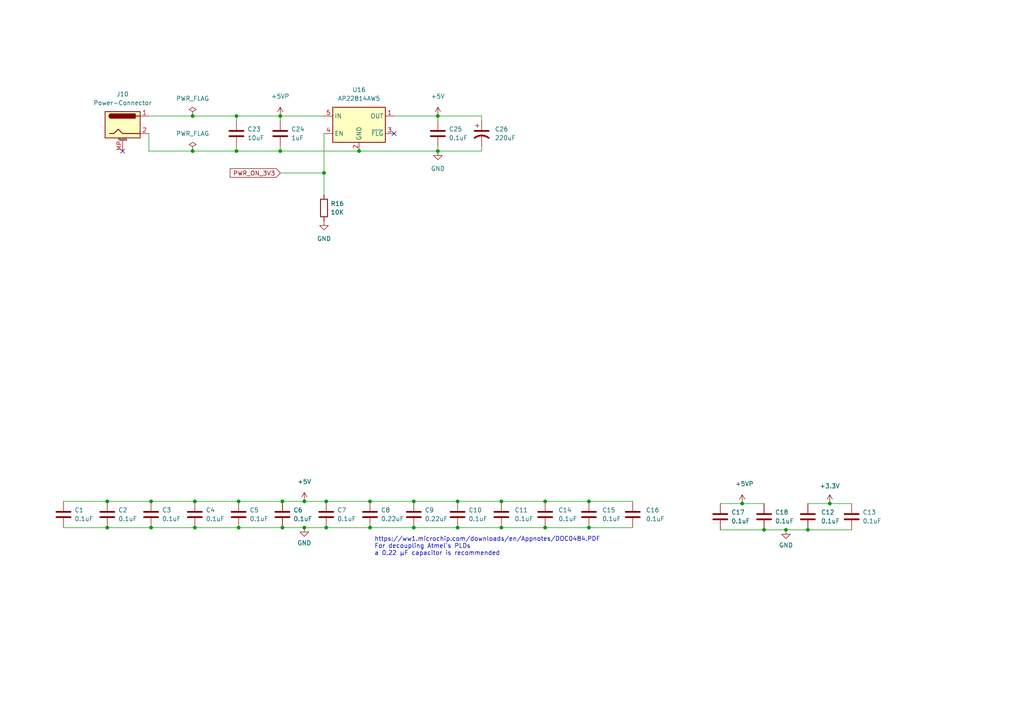
<source format=kicad_sch>
(kicad_sch (version 20230121) (generator eeschema)
  (paper "A4")
  (title_block (title "Atari SBC") (date "2023-09-01") (rev "1.2"))
  (lib_symbols
    (symbol "Connector:Barrel_Jack_MountingPin" (pin_names hide)
      (property "Reference" "J" (at 0 5.334 0))
      (property "Value" "Barrel_Jack_MountingPin" (at 1.27 -6.35 0))
      (symbol "Barrel_Jack_MountingPin_0_1"
        (rectangle (start -5.08 3.81) (end 5.08 -3.81) (stroke (width 0.254)) (fill (type background)))
        (arc (start -3.302 3.175) (mid -3.9343 2.54) (end -3.302 1.905) (stroke (width 0.254)))
        (arc (start -3.302 3.175) (mid -3.9343 2.54) (end -3.302 1.905) (stroke (width 0.254)) (fill (type outline)))
        (polyline (pts (xy 5.08 2.54) (xy 3.81 2.54)) (stroke (width 0.254)))
        (polyline (pts (xy -3.81 -2.54) (xy -2.54 -2.54) (xy -1.27 -1.27) (xy 0 -2.54) (xy 2.54 -2.54) (xy 5.08 -2.54)) (stroke (width 0.254)))
        (rectangle (start 3.683 3.175) (end -3.302 1.905) (stroke (width 0.254)) (fill (type outline)))
      )
      (symbol "Barrel_Jack_MountingPin_1_1"
        (polyline (pts (xy -1.016 -4.572) (xy 1.016 -4.572)) (stroke (width 0.1524)))
        (text "Mounting" (at 0 -4.191 0) (effects (font (size 0.381 0.381))))
        (pin passive line (at 7.62 2.54 180) (length 2.54) (name "~") (number "1"))
        (pin passive line (at 7.62 -2.54 180) (length 2.54) (name "~") (number "2"))
        (pin passive line (at 0 -7.62 90) (length 3.048) (name "MountPin") (number "MP"))
      )
    )
    (symbol "Device:C" (pin_numbers hide) (pin_names (offset 0.254))
      (property "Reference" "C" (at 0.635 2.54 0))
      (property "Value" "C" (at 0.635 -2.54 0))
      (symbol "C_0_1"
        (polyline (pts (xy -2.032 -0.762) (xy 2.032 -0.762)) (stroke (width 0.508)))
        (polyline (pts (xy -2.032 0.762) (xy 2.032 0.762)) (stroke (width 0.508)))
      )
      (symbol "C_1_1"
        (pin passive line (at 0 3.81 270) (length 2.794) (name "~") (number "1"))
        (pin passive line (at 0 -3.81 90) (length 2.794) (name "~") (number "2"))
      )
    )
    (symbol "Device:C_Polarized_US" (pin_numbers hide) (pin_names (offset 0.254) hide)
      (property "Reference" "C" (at 0.635 2.54 0))
      (property "Value" "C_Polarized_US" (at 0.635 -2.54 0))
      (symbol "C_Polarized_US_0_1"
        (polyline (pts (xy -2.032 0.762) (xy 2.032 0.762)) (stroke (width 0.508)))
        (polyline (pts (xy -1.778 2.286) (xy -0.762 2.286)))
        (polyline (pts (xy -1.27 1.778) (xy -1.27 2.794)))
        (arc (start 2.032 -1.27) (mid 0 -0.5572) (end -2.032 -1.27) (stroke (width 0.508)))
      )
      (symbol "C_Polarized_US_1_1"
        (pin passive line (at 0 3.81 270) (length 2.794) (name "~") (number "1"))
        (pin passive line (at 0 -3.81 90) (length 3.302) (name "~") (number "2"))
      )
    )
    (symbol "Device:R" (pin_numbers hide) (pin_names (offset 0))
      (property "Reference" "R" (at 2.032 0 90))
      (property "Value" "R" (at 0 0 90))
      (symbol "R_0_1"
        (rectangle (start -1.016 -2.54) (end 1.016 2.54) (stroke (width 0.254)))
      )
      (symbol "R_1_1"
        (pin passive line (at 0 3.81 270) (length 1.27) (name "~") (number "1"))
        (pin passive line (at 0 -3.81 90) (length 1.27) (name "~") (number "2"))
      )
    )
    (symbol "Power_Management:AP22814AW5"
      (property "Reference" "U" (at -7.62 -6.35 0))
      (property "Value" "AP22814AW5" (at -7.62 6.35 0))
      (symbol "AP22814AW5_0_1"
        (rectangle (start -7.62 5.08) (end 7.62 -5.08) (stroke (width 0.254)) (fill (type background)))
      )
      (symbol "AP22814AW5_1_1"
        (pin power_out line (at 10.16 2.54 180) (length 2.54) (name "OUT") (number "1"))
        (pin power_in line (at 0 -7.62 90) (length 2.54) (name "GND") (number "2"))
        (pin open_collector line (at 10.16 -2.54 180) (length 2.54) (name "~{FLG}") (number "3"))
        (pin input line (at -10.16 -2.54 0) (length 2.54) (name "EN") (number "4"))
        (pin power_in line (at -10.16 2.54 0) (length 2.54) (name "IN") (number "5"))
      )
    )
    (symbol "power:+3.3V" (power) (pin_names (offset 0))
      (property "Value" "+3.3V" (at 0 3.556 0))
      (symbol "+3.3V_0_1"
        (polyline (pts (xy -0.762 1.27) (xy 0 2.54)))
        (polyline (pts (xy 0 0) (xy 0 2.54)))
        (polyline (pts (xy 0 2.54) (xy 0.762 1.27)))
      )
      (symbol "+3.3V_1_1"
        (pin power_in line (at 0 0 90) (length 0) hide (name "+3.3V") (number "1"))
      )
    )
    (symbol "power:+5V" (power) (pin_names (offset 0))
      (property "Value" "+5V" (at 0 3.556 0))
      (symbol "+5V_0_1"
        (polyline (pts (xy -0.762 1.27) (xy 0 2.54)))
        (polyline (pts (xy 0 0) (xy 0 2.54)))
        (polyline (pts (xy 0 2.54) (xy 0.762 1.27)))
      )
      (symbol "+5V_1_1"
        (pin power_in line (at 0 0 90) (length 0) hide (name "+5V") (number "1"))
      )
    )
    (symbol "power:+5VP" (power) (pin_names (offset 0))
      (property "Value" "+5VP" (at 0 3.556 0))
      (symbol "+5VP_0_1"
        (polyline (pts (xy -0.762 1.27) (xy 0 2.54)))
        (polyline (pts (xy 0 0) (xy 0 2.54)))
        (polyline (pts (xy 0 2.54) (xy 0.762 1.27)))
      )
      (symbol "+5VP_1_1"
        (pin power_in line (at 0 0 90) (length 0) hide (name "+5VP") (number "1"))
      )
    )
    (symbol "power:GND" (power) (pin_names (offset 0))
      (property "Value" "GND" (at 0 -3.81 0))
      (symbol "GND_0_1"
        (polyline (pts (xy 0 0) (xy 0 -1.27) (xy 1.27 -1.27) (xy 0 -2.54) (xy -1.27 -1.27) (xy 0 -1.27)))
      )
      (symbol "GND_1_1"
        (pin power_in line (at 0 0 270) (length 0) hide (name "GND") (number "1"))
      )
    )
    (symbol "power:PWR_FLAG" (power) (pin_numbers hide) (pin_names (offset 0) hide)
      (property "Value" "PWR_FLAG" (at 0 3.81 0))
      (symbol "PWR_FLAG_0_0"
        (pin power_out line (at 0 0 90) (length 0) (name "pwr") (number "1"))
      )
      (symbol "PWR_FLAG_0_1"
        (polyline (pts (xy 0 0) (xy 0 1.27) (xy -1.016 1.905) (xy 0 2.54) (xy 1.016 1.905) (xy 0 1.27)))
      )
    )
  )
  (junction (at 158.115 153.035))
  (junction (at 43.815 145.415))
  (junction (at 31.115 153.035))
  (junction (at 215.265 146.05))
  (junction (at 55.88 43.815))
  (junction (at 81.28 33.655))
  (junction (at 56.515 145.415))
  (junction (at 94.615 153.035))
  (junction (at 132.715 145.415))
  (junction (at 69.215 153.035))
  (junction (at 120.015 153.035))
  (junction (at 221.615 153.67))
  (junction (at 145.415 153.035))
  (junction (at 31.115 145.415))
  (junction (at 127 43.815))
  (junction (at 170.815 153.035))
  (junction (at 145.415 145.415))
  (junction (at 94.615 145.415))
  (junction (at 81.915 153.035))
  (junction (at 104.14 43.815))
  (junction (at 107.315 153.035))
  (junction (at 93.98 50.165))
  (junction (at 127 33.655))
  (junction (at 81.28 43.815))
  (junction (at 43.815 153.035))
  (junction (at 132.715 153.035))
  (junction (at 240.665 146.05))
  (junction (at 81.915 145.415))
  (junction (at 234.315 153.67))
  (junction (at 227.965 153.67))
  (junction (at 158.115 145.415))
  (junction (at 170.815 145.415))
  (junction (at 88.265 145.415))
  (junction (at 69.215 145.415))
  (junction (at 55.88 33.655))
  (junction (at 120.015 145.415))
  (junction (at 68.58 33.655))
  (junction (at 68.58 43.815))
  (junction (at 107.315 145.415))
  (junction (at 56.515 153.035))
  (junction (at 88.265 153.035))
  (no_connect (at 114.3 38.735))
  (no_connect (at 35.56 43.815))
  (wire (pts (xy 234.315 146.05) (xy 240.665 146.05)))
  (wire (pts (xy 139.7 42.545) (xy 139.7 43.815)))
  (wire (pts (xy 132.715 153.035) (xy 145.415 153.035)))
  (wire (pts (xy 68.58 43.815) (xy 81.28 43.815)))
  (wire (pts (xy 221.615 153.67) (xy 227.965 153.67)))
  (wire (pts (xy 56.515 145.415) (xy 69.215 145.415)))
  (wire (pts (xy 88.265 153.035) (xy 94.615 153.035)))
  (wire (pts (xy 107.315 153.035) (xy 120.015 153.035)))
  (wire (pts (xy 104.14 43.815) (xy 127 43.815)))
  (wire (pts (xy 43.18 33.655) (xy 55.88 33.655)))
  (wire (pts (xy 93.98 38.735) (xy 93.98 50.165)))
  (wire (pts (xy 120.015 145.415) (xy 132.715 145.415)))
  (wire (pts (xy 120.015 153.035) (xy 132.715 153.035)))
  (wire (pts (xy 170.815 153.035) (xy 183.515 153.035)))
  (wire (pts (xy 68.58 33.655) (xy 81.28 33.655)))
  (wire (pts (xy 43.815 145.415) (xy 56.515 145.415)))
  (wire (pts (xy 94.615 153.035) (xy 107.315 153.035)))
  (wire (pts (xy 31.115 153.035) (xy 43.815 153.035)))
  (wire (pts (xy 127 42.545) (xy 127 43.815)))
  (wire (pts (xy 139.7 33.655) (xy 139.7 34.925)))
  (wire (pts (xy 158.115 145.415) (xy 170.815 145.415)))
  (wire (pts (xy 240.665 146.05) (xy 247.015 146.05)))
  (wire (pts (xy 81.915 153.035) (xy 88.265 153.035)))
  (wire (pts (xy 234.315 153.67) (xy 247.015 153.67)))
  (wire (pts (xy 69.215 153.035) (xy 81.915 153.035)))
  (wire (pts (xy 81.28 33.655) (xy 93.98 33.655)))
  (wire (pts (xy 56.515 153.035) (xy 69.215 153.035)))
  (wire (pts (xy 81.915 145.415) (xy 88.265 145.415)))
  (wire (pts (xy 55.88 33.655) (xy 68.58 33.655)))
  (wire (pts (xy 68.58 42.545) (xy 68.58 43.815)))
  (wire (pts (xy 81.28 33.655) (xy 81.28 34.925)))
  (wire (pts (xy 170.815 145.415) (xy 183.515 145.415)))
  (wire (pts (xy 227.965 153.67) (xy 234.315 153.67)))
  (wire (pts (xy 127 33.655) (xy 127 34.925)))
  (wire (pts (xy 55.88 43.815) (xy 68.58 43.815)))
  (wire (pts (xy 81.28 43.815) (xy 104.14 43.815)))
  (wire (pts (xy 145.415 153.035) (xy 158.115 153.035)))
  (wire (pts (xy 208.915 146.05) (xy 215.265 146.05)))
  (wire (pts (xy 93.98 56.515) (xy 93.98 50.165)))
  (wire (pts (xy 114.3 33.655) (xy 127 33.655)))
  (wire (pts (xy 69.215 145.415) (xy 81.915 145.415)))
  (wire (pts (xy 158.115 153.035) (xy 170.815 153.035)))
  (wire (pts (xy 81.28 42.545) (xy 81.28 43.815)))
  (wire (pts (xy 132.715 145.415) (xy 145.415 145.415)))
  (wire (pts (xy 127 33.655) (xy 139.7 33.655)))
  (wire (pts (xy 43.18 38.735) (xy 43.18 43.815)))
  (wire (pts (xy 81.28 50.165) (xy 93.98 50.165)))
  (wire (pts (xy 31.115 145.415) (xy 43.815 145.415)))
  (wire (pts (xy 107.315 145.415) (xy 120.015 145.415)))
  (wire (pts (xy 43.18 43.815) (xy 55.88 43.815)))
  (wire (pts (xy 43.815 153.035) (xy 56.515 153.035)))
  (wire (pts (xy 88.265 145.415) (xy 94.615 145.415)))
  (wire (pts (xy 18.415 153.035) (xy 31.115 153.035)))
  (wire (pts (xy 18.415 145.415) (xy 31.115 145.415)))
  (wire (pts (xy 215.265 146.05) (xy 221.615 146.05)))
  (wire (pts (xy 145.415 145.415) (xy 158.115 145.415)))
  (wire (pts (xy 68.58 33.655) (xy 68.58 34.925)))
  (wire (pts (xy 208.915 153.67) (xy 221.615 153.67)))
  (wire (pts (xy 127 43.815) (xy 139.7 43.815)))
  (wire (pts (xy 94.615 145.415) (xy 107.315 145.415)))
  (text "https://ww1.microchip.com/downloads/en/Appnotes/DOC0484.PDF\nFor decoupling Atmel's PLDs\na 0.22 μF capacitor is recommended\n" (at 108.585 161.29 0) (effects (font (size 1.27 1.27)) (justify left bottom)))
  (global_label "PWR_ON_3V3" (shape input) (at 81.28 50.165 180) (property "Intersheetrefs" "${INTERSHEET_REFS}" (effects hide)))
  (symbol (lib_id "Device:C") (at 81.28 38.735 0) (unit 1)
    (property "Reference" "C24" (at 84.455 37.4649 0) (effects (justify left)))
    (property "Value" "1uF" (at 84.455 40.0049 0) (effects (justify left)))
    (property "Footprint" "Capacitor_SMD:C_0805_2012Metric_Pad1.18x1.45mm_HandSolder" (effects hide))
  )
  (symbol (lib_id "Connector:Barrel_Jack_MountingPin") (at 35.56 36.195 0) (unit 1)
    (property "Reference" "J10" (at 35.56 27.305 0))
    (property "Value" "Power-Connector" (at 35.56 29.845 0))
    (property "Footprint" "Connector_BarrelJack:BarrelJack_CUI_PJ-063AH_Horizontal" (effects hide))
  )
  (symbol (lib_id "Power_Management:AP22814AW5") (at 104.14 36.195 0) (unit 1)
    (property "Reference" "U16" (at 104.14 26.035 0))
    (property "Value" "AP22814AW5" (at 104.14 28.575 0))
    (property "Footprint" "Package_TO_SOT_SMD:SOT-23-5" (effects hide))
    (property "Datasheet" "https://www.diodes.com/assets/Datasheets/AP22804_14.pdf" (effects hide))
  )
  (symbol (lib_id "power:GND") (at 227.965 153.67 0) (unit 1)
    (property "Reference" "#PWR0169" (effects hide))
    (property "Value" "GND" (at 227.965 158.115 0))
  )
  (symbol (lib_id "Device:C") (at 120.015 149.225 0) (unit 1)
    (property "Reference" "C9" (at 123.19 147.9549 0) (effects (justify left)))
    (property "Value" "0.22uF" (at 123.19 150.4949 0) (effects (justify left)))
    (property "Footprint" "Capacitor_SMD:C_0805_2012Metric_Pad1.18x1.45mm_HandSolder" (effects hide))
  )
  (symbol (lib_id "power:+5V") (at 88.265 145.415 0) (unit 1)
    (property "Reference" "#PWR0112" (effects hide))
    (property "Value" "+5V" (at 88.265 139.7 0))
  )
  (symbol (lib_id "Device:C") (at 127 38.735 0) (unit 1)
    (property "Reference" "C25" (at 130.175 37.4649 0) (effects (justify left)))
    (property "Value" "0.1uF" (at 130.175 40.0049 0) (effects (justify left)))
    (property "Footprint" "Capacitor_SMD:C_0805_2012Metric_Pad1.18x1.45mm_HandSolder" (effects hide))
  )
  (symbol (lib_id "Device:C") (at 107.315 149.225 0) (unit 1)
    (property "Reference" "C8" (at 110.49 147.9549 0) (effects (justify left)))
    (property "Value" "0.22uF" (at 110.49 150.4949 0) (effects (justify left)))
    (property "Footprint" "Capacitor_SMD:C_0805_2012Metric_Pad1.18x1.45mm_HandSolder" (effects hide))
  )
  (symbol (lib_id "power:GND") (at 93.98 64.135 0) (mirror y) (unit 1)
    (property "Reference" "#PWR0163" (effects hide))
    (property "Value" "GND" (at 93.98 69.215 0))
  )
  (symbol (lib_id "power:+5VP") (at 81.28 33.655 0) (unit 1)
    (property "Reference" "#PWR0164" (effects hide))
    (property "Value" "+5VP" (at 81.28 27.94 0))
  )
  (symbol (lib_id "Device:R") (at 93.98 60.325 180) (unit 1)
    (property "Reference" "R16" (at 95.885 59.055 0) (effects (justify right)))
    (property "Value" "10K" (at 95.885 61.595 0) (effects (justify right)))
    (property "Footprint" "Resistor_SMD:R_0805_2012Metric_Pad1.20x1.40mm_HandSolder" (effects hide))
  )
  (symbol (lib_id "Device:C") (at 81.915 149.225 0) (unit 1)
    (property "Reference" "C6" (at 85.09 147.9549 0) (effects (justify left)))
    (property "Value" "0.1uF" (at 85.09 150.4949 0) (effects (justify left)))
    (property "Footprint" "Capacitor_SMD:C_0805_2012Metric_Pad1.18x1.45mm_HandSolder" (effects hide))
  )
  (symbol (lib_id "Device:C") (at 94.615 149.225 0) (unit 1)
    (property "Reference" "C7" (at 97.79 147.9549 0) (effects (justify left)))
    (property "Value" "0.1uF" (at 97.79 150.4949 0) (effects (justify left)))
    (property "Footprint" "Capacitor_SMD:C_0805_2012Metric_Pad1.18x1.45mm_HandSolder" (effects hide))
  )
  (symbol (lib_id "Device:C") (at 56.515 149.225 0) (unit 1)
    (property "Reference" "C4" (at 59.69 147.9549 0) (effects (justify left)))
    (property "Value" "0.1uF" (at 59.69 150.4949 0) (effects (justify left)))
    (property "Footprint" "Capacitor_SMD:C_0805_2012Metric_Pad1.18x1.45mm_HandSolder" (effects hide))
  )
  (symbol (lib_id "Device:C") (at 234.315 149.86 0) (unit 1)
    (property "Reference" "C12" (at 238.125 148.5899 0) (effects (justify left)))
    (property "Value" "0.1uF" (at 238.125 151.1299 0) (effects (justify left)))
    (property "Footprint" "Capacitor_SMD:C_0805_2012Metric_Pad1.18x1.45mm_HandSolder" (effects hide))
  )
  (symbol (lib_id "power:+3.3V") (at 240.665 146.05 0) (unit 1)
    (property "Reference" "#PWR0162" (effects hide))
    (property "Value" "+3.3V" (at 240.665 140.97 0))
  )
  (symbol (lib_id "Device:C") (at 247.015 149.86 0) (unit 1)
    (property "Reference" "C13" (at 250.19 148.59 0) (effects (justify left)))
    (property "Value" "0.1uF" (at 250.19 151.13 0) (effects (justify left)))
    (property "Footprint" "Capacitor_SMD:C_0805_2012Metric_Pad1.18x1.45mm_HandSolder" (effects hide))
  )
  (symbol (lib_id "Device:C") (at 31.115 149.225 0) (unit 1)
    (property "Reference" "C2" (at 34.29 147.9549 0) (effects (justify left)))
    (property "Value" "0.1uF" (at 34.29 150.4949 0) (effects (justify left)))
    (property "Footprint" "Capacitor_SMD:C_0805_2012Metric_Pad1.18x1.45mm_HandSolder" (effects hide))
  )
  (symbol (lib_id "power:PWR_FLAG") (at 55.88 43.815 0) (unit 1)
    (property "Reference" "#FLG0103" (effects hide))
    (property "Value" "PWR_FLAG" (at 55.88 38.735 0))
  )
  (symbol (lib_id "power:+5V") (at 127 33.655 0) (unit 1)
    (property "Reference" "#PWR0152" (effects hide))
    (property "Value" "+5V" (at 127 27.94 0))
  )
  (symbol (lib_id "power:GND") (at 88.265 153.035 0) (unit 1)
    (property "Reference" "#PWR0111" (effects hide))
    (property "Value" "GND" (at 88.265 157.48 0))
  )
  (symbol (lib_id "Device:C_Polarized_US") (at 139.7 38.735 0) (unit 1)
    (property "Reference" "C26" (at 143.51 37.465 0) (effects (justify left)))
    (property "Value" "220uF" (at 143.51 40.005 0) (effects (justify left)))
    (property "Footprint" "Capacitor_THT:CP_Radial_D6.3mm_P2.50mm" (effects hide))
  )
  (symbol (lib_id "power:+5VP") (at 215.265 146.05 0) (unit 1)
    (property "Reference" "#PWR0150" (effects hide))
    (property "Value" "+5VP" (at 215.9 140.335 0))
  )
  (symbol (lib_id "Device:C") (at 43.815 149.225 0) (unit 1)
    (property "Reference" "C3" (at 46.99 147.9549 0) (effects (justify left)))
    (property "Value" "0.1uF" (at 46.99 150.4949 0) (effects (justify left)))
    (property "Footprint" "Capacitor_SMD:C_0805_2012Metric_Pad1.18x1.45mm_HandSolder" (effects hide))
  )
  (symbol (lib_id "Device:C") (at 183.515 149.225 0) (unit 1)
    (property "Reference" "C16" (at 187.325 147.9549 0) (effects (justify left)))
    (property "Value" "0.1uF" (at 187.325 150.4949 0) (effects (justify left)))
    (property "Footprint" "Capacitor_SMD:C_0805_2012Metric_Pad1.18x1.45mm_HandSolder" (effects hide))
  )
  (symbol (lib_id "Device:C") (at 221.615 149.86 0) (unit 1)
    (property "Reference" "C18" (at 224.79 148.5899 0) (effects (justify left)))
    (property "Value" "0.1uF" (at 224.79 151.1299 0) (effects (justify left)))
    (property "Footprint" "Capacitor_SMD:C_0805_2012Metric_Pad1.18x1.45mm_HandSolder" (effects hide))
  )
  (symbol (lib_id "Device:C") (at 18.415 149.225 0) (unit 1)
    (property "Reference" "C1" (at 21.59 147.9549 0) (effects (justify left)))
    (property "Value" "0.1uF" (at 21.59 150.4949 0) (effects (justify left)))
    (property "Footprint" "Capacitor_SMD:C_0805_2012Metric_Pad1.18x1.45mm_HandSolder" (effects hide))
  )
  (symbol (lib_id "Device:C") (at 68.58 38.735 0) (unit 1)
    (property "Reference" "C23" (at 71.755 37.4649 0) (effects (justify left)))
    (property "Value" "10uF" (at 71.755 40.0049 0) (effects (justify left)))
    (property "Footprint" "Capacitor_SMD:C_0805_2012Metric_Pad1.18x1.45mm_HandSolder" (effects hide))
  )
  (symbol (lib_id "Device:C") (at 208.915 149.86 0) (unit 1)
    (property "Reference" "C17" (at 212.09 148.5899 0) (effects (justify left)))
    (property "Value" "0.1uF" (at 212.09 151.1299 0) (effects (justify left)))
    (property "Footprint" "Capacitor_SMD:C_0805_2012Metric_Pad1.18x1.45mm_HandSolder" (effects hide))
  )
  (symbol (lib_id "Device:C") (at 145.415 149.225 0) (unit 1)
    (property "Reference" "C11" (at 149.225 147.9549 0) (effects (justify left)))
    (property "Value" "0.1uF" (at 149.225 150.4949 0) (effects (justify left)))
    (property "Footprint" "Capacitor_SMD:C_0805_2012Metric_Pad1.18x1.45mm_HandSolder" (effects hide))
  )
  (symbol (lib_id "Device:C") (at 158.115 149.225 0) (unit 1)
    (property "Reference" "C14" (at 161.925 147.9549 0) (effects (justify left)))
    (property "Value" "0.1uF" (at 161.925 150.4949 0) (effects (justify left)))
    (property "Footprint" "Capacitor_SMD:C_0805_2012Metric_Pad1.18x1.45mm_HandSolder" (effects hide))
  )
  (symbol (lib_id "Device:C") (at 132.715 149.225 0) (unit 1)
    (property "Reference" "C10" (at 135.89 147.9549 0) (effects (justify left)))
    (property "Value" "0.1uF" (at 135.89 150.4949 0) (effects (justify left)))
    (property "Footprint" "Capacitor_SMD:C_0805_2012Metric_Pad1.18x1.45mm_HandSolder" (effects hide))
  )
  (symbol (lib_id "power:PWR_FLAG") (at 55.88 33.655 0) (unit 1)
    (property "Reference" "#FLG0102" (effects hide))
    (property "Value" "PWR_FLAG" (at 55.88 28.575 0))
  )
  (symbol (lib_id "Device:C") (at 170.815 149.225 0) (unit 1)
    (property "Reference" "C15" (at 174.625 147.9549 0) (effects (justify left)))
    (property "Value" "0.1uF" (at 174.625 150.4949 0) (effects (justify left)))
    (property "Footprint" "Capacitor_SMD:C_0805_2012Metric_Pad1.18x1.45mm_HandSolder" (effects hide))
  )
  (symbol (lib_id "power:GND") (at 127 43.815 0) (mirror y) (unit 1)
    (property "Reference" "#PWR0154" (effects hide))
    (property "Value" "GND" (at 127 48.895 0))
  )
  (symbol (lib_id "Device:C") (at 69.215 149.225 0) (unit 1)
    (property "Reference" "C5" (at 72.39 147.9549 0) (effects (justify left)))
    (property "Value" "0.1uF" (at 72.39 150.4949 0) (effects (justify left)))
    (property "Footprint" "Capacitor_SMD:C_0805_2012Metric_Pad1.18x1.45mm_HandSolder" (effects hide))
  )
)
</source>
